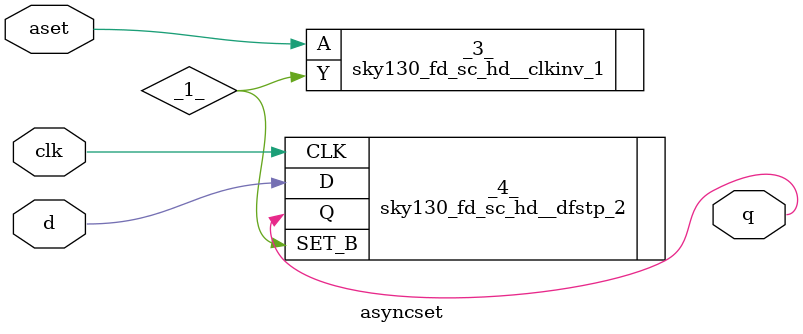
<source format=v>
/* Generated by Yosys 0.32+51 (git sha1 6405bbab1, gcc 12.3.0-1ubuntu1~22.04 -fPIC -Os) */

(* top =  1  *)
(* src = "asyncset.v:2.1-12.10" *)
module asyncset(clk, d, aset, q);
  (* src = "asyncset.v:3.13-3.17" *)
  wire _0_;
  wire _1_;
  wire _2_;
  (* src = "asyncset.v:3.13-3.17" *)
  input aset;
  wire aset;
  (* src = "asyncset.v:3.7-3.10" *)
  input clk;
  wire clk;
  (* src = "asyncset.v:3.11-3.12" *)
  input d;
  wire d;
  (* src = "asyncset.v:4.12-4.13" *)
  output q;
  wire q;
  sky130_fd_sc_hd__clkinv_1 _3_ (
    .A(_0_),
    .Y(_1_)
  );
  (* src = "asyncset.v:5.1-11.4" *)
  sky130_fd_sc_hd__dfstp_2 _4_ (
    .CLK(clk),
    .D(d),
    .Q(q),
    .SET_B(_2_)
  );
  assign _0_ = aset;
  assign _2_ = _1_;
endmodule

</source>
